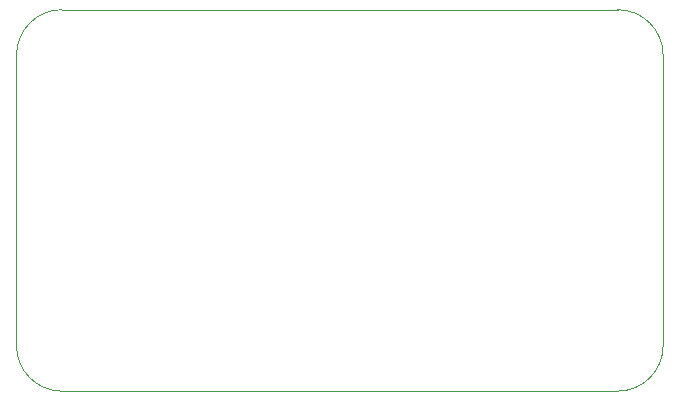
<source format=gbr>
%TF.GenerationSoftware,KiCad,Pcbnew,9.0.6-9.0.6~ubuntu24.04.1*%
%TF.CreationDate,2025-12-01T15:32:01+03:00*%
%TF.ProjectId,canfilter_g4,63616e66-696c-4746-9572-5f67342e6b69,rev?*%
%TF.SameCoordinates,Original*%
%TF.FileFunction,Profile,NP*%
%FSLAX46Y46*%
G04 Gerber Fmt 4.6, Leading zero omitted, Abs format (unit mm)*
G04 Created by KiCad (PCBNEW 9.0.6-9.0.6~ubuntu24.04.1) date 2025-12-01 15:32:01*
%MOMM*%
%LPD*%
G01*
G04 APERTURE LIST*
%TA.AperFunction,Profile*%
%ADD10C,0.050000*%
%TD*%
G04 APERTURE END LIST*
D10*
X120150000Y-85050000D02*
G75*
G02*
X124000000Y-81200000I3850000J0D01*
G01*
X171050000Y-81200000D02*
G75*
G02*
X174900000Y-85050000I0J-3850000D01*
G01*
X174900000Y-85050000D02*
X174900000Y-109650000D01*
X124000000Y-81200000D02*
X171050000Y-81200000D01*
X124000000Y-113500000D02*
G75*
G02*
X120150000Y-109650000I0J3850000D01*
G01*
X174900000Y-109650000D02*
G75*
G02*
X171050000Y-113500000I-3850000J0D01*
G01*
X171050000Y-113500000D02*
X124000000Y-113500000D01*
X120150000Y-109650000D02*
X120150000Y-85050000D01*
M02*

</source>
